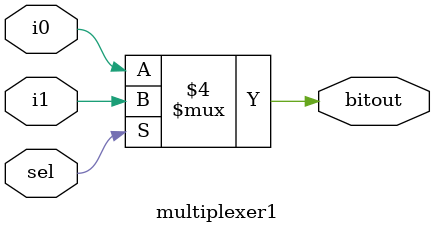
<source format=v>
`timescale 1ns / 1ps


module multiplexer1(
    input i0,
    input i1,
    input sel,
    output bitout
    );
    
    reg bitout;
    
    always @ (i0, i1, sel) 
    begin
    if (sel == 0)
        bitout = i0;
    else
        bitout = i1;
    end
    
    
endmodule

</source>
